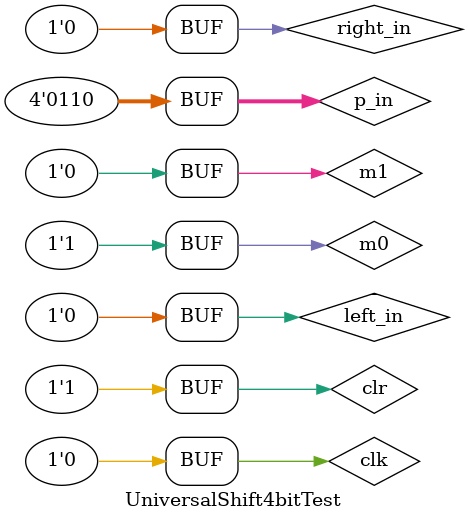
<source format=v>
`timescale 1ns / 1ps


module UniversalShift4bitTest;

	// Inputs
	reg m0;
	reg m1;
	reg left_in;
	reg right_in;
	reg clr;
	reg clk;
	reg [3:0] p_in;

	// Outputs
	wire left_out;
	wire right_out;
	wire [3:0] p_out;

	// Instantiate the Unit Under Test (UUT)
	UniversalShift4bit uut (
		.m0(m0), 
		.m1(m1), 
		.left_in(left_in), 
		.right_in(right_in), 
		.clr(clr), 
		.clk(clk), 
		.p_in(p_in), 
		.left_out(left_out), 
		.right_out(right_out), 
		.p_out(p_out)
	);

	initial begin
		// Initialize Inputs
		m0 = 0;
		m1 = 0;
		left_in = 0;
		right_in = 0;
		clr = 0;
		clk = 0;
		p_in = 0;

		// Wait 100 ns for global reset to finish
		#10;
      m0 = 1;
		m1 = 1;
		p_in = 4'b1001;
		#10;
		m0 = 0;
		#60;
		m0 = 1;
		m1 = 1;
		p_in = 4'b0110;
		#20;
		m0 = 1;
		m1 = 0;
		right_in = 1;
		#10;
		right_in = 0;
		#60;
		clr = 1;
		#10;
	end
	
	always begin
		#10 clk = 1;
		#10 clk = 0;
	end
      
endmodule


</source>
